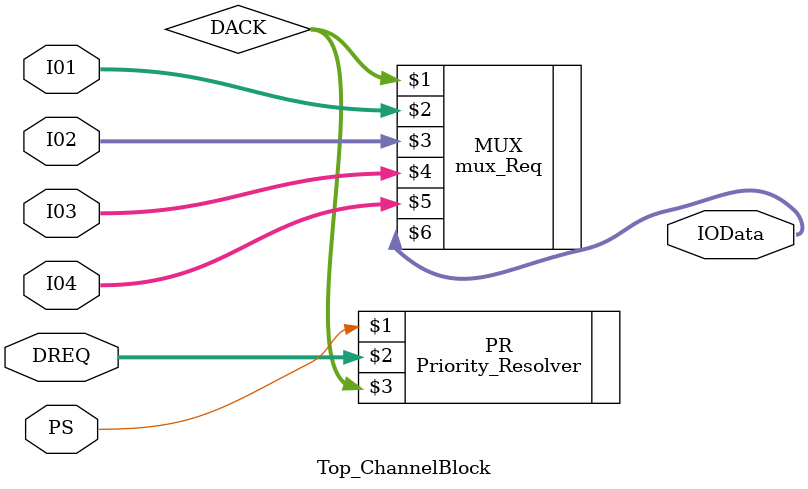
<source format=v>
module Top_ChannelBlock(PS,DREQ,I01,I02,I03,I04,IOData);
input PS;
input [3:0] DREQ;
input [7:0] I01,I02,I03,I04;
output [7:0] IOData;
wire [3:0] DACK;
Priority_Resolver PR(PS,DREQ,DACK);
mux_Req MUX(DACK,I01,I02,I03,I04,IOData);
endmodule
</source>
